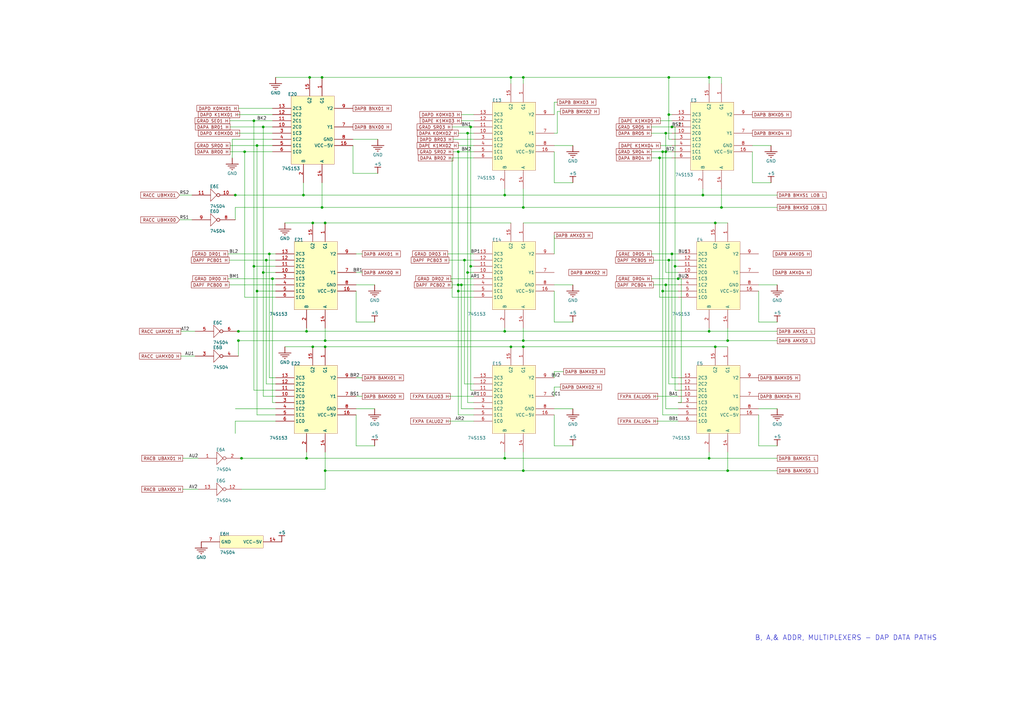
<source format=kicad_sch>
(kicad_sch (version 20250114) (generator "eeschema") (generator_version "9.0")
  (paper "A3")
  (title_block (title "B, A,& ADDR, MULTIPLEXERS ") (date "2025-01-19") (rev "1"))
  (lib_symbols
    (symbol "Untitled-altium-import:+5_BAR" (power)
      (property "Value" "+5" (at 0 -3.81 0))
      (symbol "+5_BAR_0_0"
        (polyline (pts (xy -1.27 -2.54) (xy 1.27 -2.54)) (stroke (width 0.254)))
        (polyline (pts (xy 0 0) (xy 0 -2.54)) (stroke (width 0.254)))
        (pin power_in line (at 0 0 0) (length 0) (hide yes) (name "+5") (number ""))
      )
    )
    (symbol "Untitled-altium-import:GND_POWER_GROUND" (power)
      (property "Value" "GND" (at 0 -6.35 0))
      (symbol "GND_POWER_GROUND_0_0"
        (polyline (pts (xy -2.54 -2.54) (xy 2.54 -2.54)) (stroke (width 0.254)))
        (polyline (pts (xy -1.778 -3.302) (xy 1.778 -3.302)) (stroke (width 0.254)))
        (polyline (pts (xy -1.016 -4.064) (xy 1.016 -4.064)) (stroke (width 0.254)))
        (polyline (pts (xy -0.254 -4.826) (xy 0.254 -4.826)) (stroke (width 0.254)))
        (polyline (pts (xy 0 0) (xy 0 -2.54)) (stroke (width 0.254)))
        (pin power_in line (at 0 0 0) (length 0) (hide yes) (name "GND") (number ""))
      )
    )
    (symbol "Untitled-altium-import:root_0_74S04"
      (symbol "root_0_74S04_1_0"
        (polyline (pts (xy 7.62 -2.54) (xy 7.62 2.54) (xy 10.16 0) (xy 7.62 -2.54)))
        (pin input line (at 0 0 0) (length 7.62) (name "1A") (number "1"))
        (pin passive inverted (at 17.78 0 180) (length 7.62) (name "1Y") (number "2"))
      )
      (symbol "root_0_74S04_2_0"
        (polyline (pts (xy 7.62 -2.54) (xy 7.62 2.54) (xy 10.16 0) (xy 7.62 -2.54)))
        (pin input line (at 0 0 0) (length 7.62) (name "1A") (number "3"))
        (pin passive inverted (at 17.78 0 180) (length 7.62) (name "1Y") (number "4"))
      )
      (symbol "root_0_74S04_3_0"
        (polyline (pts (xy 7.62 -2.54) (xy 7.62 2.54) (xy 10.16 0) (xy 7.62 -2.54)))
        (pin input line (at 0 0 0) (length 7.62) (name "3A") (number "5"))
        (pin passive inverted (at 17.78 0 180) (length 7.62) (name "3Y") (number "6"))
      )
      (symbol "root_0_74S04_4_0"
        (polyline (pts (xy 7.62 -2.54) (xy 7.62 2.54) (xy 10.16 0) (xy 7.62 -2.54)))
        (pin input line (at 0 0 0) (length 7.62) (name "4A") (number "9"))
        (pin passive inverted (at 17.78 0 180) (length 7.62) (name "4Y") (number "8"))
      )
      (symbol "root_0_74S04_5_0"
        (polyline (pts (xy 7.62 -2.54) (xy 7.62 2.54) (xy 10.16 0) (xy 7.62 -2.54)))
        (pin input line (at 0 0 0) (length 7.62) (name "5A") (number "11"))
        (pin passive inverted (at 17.78 0 180) (length 7.62) (name "5Y") (number "10"))
      )
      (symbol "root_0_74S04_7_0"
        (polyline (pts (xy 7.62 -2.54) (xy 7.62 2.54) (xy 10.16 0) (xy 7.62 -2.54)))
        (pin input line (at 0 0 0) (length 7.62) (name "6A") (number "13"))
        (pin passive inverted (at 17.78 0 180) (length 7.62) (name "6Y") (number "12"))
      )
      (symbol "root_0_74S04_8_0"
        (rectangle (start 17.78 2.54) (end 0 -2.54) (stroke (width 0.0254) (color 128 0 0 1)) (fill (type background)))
        (pin passive line (at -7.62 0 0) (length 7.62) (name "GND") (number "7"))
        (pin passive line (at 25.4 0 180) (length 7.62) (name "VCC-5V") (number "14"))
      )
    )
    (symbol "Untitled-altium-import:root_0_74S153"
      (symbol "root_0_74S153_1_0"
        (rectangle (start 27.94 27.94) (end 10.16 0) (stroke (width 0.0254) (color 128 0 0 1)) (fill (type background)))
        (pin passive line (at 2.54 22.86 0) (length 7.62) (name "2C3") (number "13"))
        (pin passive line (at 2.54 20.32 0) (length 7.62) (name "2C2") (number "12"))
        (pin passive line (at 2.54 17.78 0) (length 7.62) (name "2C1") (number "11"))
        (pin passive line (at 2.54 15.24 0) (length 7.62) (name "2C0") (number "10"))
        (pin passive line (at 2.54 12.7 0) (length 7.62) (name "1C3") (number "3"))
        (pin passive line (at 2.54 10.16 0) (length 7.62) (name "1C2") (number "4"))
        (pin passive line (at 2.54 7.62 0) (length 7.62) (name "1C1") (number "5"))
        (pin passive line (at 2.54 5.08 0) (length 7.62) (name "1C0") (number "6"))
        (pin passive line (at 15.24 -7.62 90) (length 7.62) (name "B") (number "2"))
        (pin passive line (at 17.78 35.56 270) (length 7.62) (name "G2") (number "15"))
        (pin passive line (at 22.86 35.56 270) (length 7.62) (name "G1") (number "1"))
        (pin passive line (at 22.86 -7.62 90) (length 7.62) (name "A") (number "14"))
        (pin passive line (at 35.56 22.86 180) (length 7.62) (name "Y2") (number "9"))
        (pin passive line (at 35.56 15.24 180) (length 7.62) (name "Y1") (number "7"))
        (pin passive line (at 35.56 10.16 180) (length 7.62) (name "GND") (number "8"))
        (pin passive line (at 35.56 7.62 180) (length 7.62) (name "VCC-5V") (number "16"))
      )
    )
  )
  (text "B, A,& ADDR, MULTIPLEXERS - DAP DATA PATHS" (at 309.626 262.89 0) (effects (font (size 2.032 2.032)) (justify left bottom)))
  (junction (at 207.01 135.89))
  (junction (at 109.22 106.68))
  (junction (at 214.63 85.09))
  (junction (at 214.63 31.75))
  (junction (at 214.63 139.7))
  (junction (at 105.41 59.69))
  (junction (at 278.13 114.3))
  (junction (at 273.05 116.84))
  (junction (at 273.05 62.23))
  (junction (at 125.73 135.89))
  (junction (at 133.35 139.7))
  (junction (at 298.45 193.04))
  (junction (at 271.78 62.23))
  (junction (at 275.59 104.14))
  (junction (at 124.46 80.01))
  (junction (at 127 31.75))
  (junction (at 99.06 187.96))
  (junction (at 290.83 187.96))
  (junction (at 207.01 80.01))
  (junction (at 128.27 142.24))
  (junction (at 209.55 31.75))
  (junction (at 104.14 109.22))
  (junction (at 214.63 193.04))
  (junction (at 290.83 31.75))
  (junction (at 293.37 142.24))
  (junction (at 187.96 119.38))
  (junction (at 132.08 85.09))
  (junction (at 276.86 109.22))
  (junction (at 133.35 91.44))
  (junction (at 207.01 187.96))
  (junction (at 132.08 31.75))
  (junction (at 193.04 52.07))
  (junction (at 288.29 80.01))
  (junction (at 100.33 62.23))
  (junction (at 110.49 104.14))
  (junction (at 274.32 106.68))
  (junction (at 295.91 85.09))
  (junction (at 96.52 80.01))
  (junction (at 293.37 91.44))
  (junction (at 104.14 49.53))
  (junction (at 190.5 106.68))
  (junction (at 97.79 135.89))
  (junction (at 191.77 111.76))
  (junction (at 125.73 187.96))
  (junction (at 105.41 119.38))
  (junction (at 133.35 193.04))
  (junction (at 133.35 142.24))
  (junction (at 275.59 52.07))
  (junction (at 298.45 139.7))
  (junction (at 187.96 116.84))
  (junction (at 191.77 54.61))
  (junction (at 274.32 31.75))
  (junction (at 209.55 142.24))
  (junction (at 193.04 109.22))
  (junction (at 290.83 135.89))
  (junction (at 187.96 62.23))
  (junction (at 214.63 142.24))
  (junction (at 97.79 139.7))
  (junction (at 273.05 54.61))
  (junction (at 274.32 46.99))
  (junction (at 270.51 64.77))
  (junction (at 107.95 111.76))
  (junction (at 107.95 52.07))
  (junction (at 111.76 114.3))
  (junction (at 189.23 116.84))
  (junction (at 128.27 91.44))
  (junction (at 271.78 119.38))
  (wire (pts (xy 295.91 85.09) (xy 295.91 77.47)))
  (wire (pts (xy 111.76 114.3) (xy 113.03 114.3)))
  (wire (pts (xy 214.63 142.24) (xy 293.37 142.24)))
  (wire (pts (xy 148.59 104.14) (xy 146.05 104.14)))
  (wire (pts (xy 132.08 31.75) (xy 127 31.75)))
  (wire (pts (xy 110.49 104.14) (xy 93.475 104.14)))
  (wire (pts (xy 74.93 187.96) (xy 81.28 187.96)))
  (wire (pts (xy 209.55 34.29) (xy 209.55 31.75)))
  (wire (pts (xy 148.59 162.56) (xy 146.05 162.56)))
  (wire (pts (xy 73.66 90.17) (xy 78.74 90.17)))
  (wire (pts (xy 273.05 167.64) (xy 278.13 167.64)))
  (wire (pts (xy 184.915 114.3) (xy 194.31 114.3)))
  (wire (pts (xy 270.841 49.53) (xy 275.59 49.53)))
  (wire (pts (xy 113.03 104.14) (xy 110.49 104.14)))
  (wire (pts (xy 105.41 170.18) (xy 105.41 119.38)))
  (wire (pts (xy 124.46 80.01) (xy 207.01 80.01)))
  (wire (pts (xy 214.63 134.62) (xy 214.63 139.7)))
  (wire (pts (xy 290.83 31.75) (xy 274.32 31.75)))
  (wire (pts (xy 298.45 139.7) (xy 318.77 139.7)))
  (wire (pts (xy 74.93 200.66) (xy 81.28 200.66)))
  (wire (pts (xy 214.63 34.29) (xy 214.63 31.75)))
  (wire (pts (xy 214.63 85.09) (xy 132.08 85.09)))
  (wire (pts (xy 187.96 62.23) (xy 187.96 116.84)))
  (wire (pts (xy 113.03 172.72) (xy 96.52 172.72)))
  (wire (pts (xy 227.33 132.08) (xy 227.33 119.38)))
  (wire (pts (xy 273.05 116.84) (xy 267.97 116.84)))
  (wire (pts (xy 278.13 106.68) (xy 274.32 106.68)))
  (wire (pts (xy 288.29 77.47) (xy 288.29 80.01)))
  (wire (pts (xy 274.32 31.75) (xy 214.63 31.75)))
  (wire (pts (xy 274.32 106.68) (xy 267.97 106.68)))
  (wire (pts (xy 97.79 54.61) (xy 111.76 54.61)))
  (wire (pts (xy 184.15 172.72) (xy 194.31 172.72)))
  (wire (pts (xy 271.78 119.38) (xy 271.78 170.18)))
  (wire (pts (xy 209.55 31.75) (xy 132.08 31.75)))
  (wire (pts (xy 214.63 91.44) (xy 293.37 91.44)))
  (wire (pts (xy 107.95 52.07) (xy 111.76 52.07)))
  (wire (pts (xy 271.78 119.38) (xy 278.13 119.38)))
  (wire (pts (xy 184.15 162.56) (xy 194.31 162.56)))
  (wire (pts (xy 274.32 57.15) (xy 274.32 46.99)))
  (wire (pts (xy 146.05 116.84) (xy 153.67 116.84)))
  (wire (pts (xy 231.14 152.4) (xy 227.33 152.4)))
  (wire (pts (xy 189.23 116.84) (xy 194.31 116.84)))
  (wire (pts (xy 97.172 135.89) (xy 97.79 135.89)))
  (wire (pts (xy 274.32 106.68) (xy 274.32 157.48)))
  (wire (pts (xy 273.05 62.23) (xy 275.59 62.23)))
  (wire (pts (xy 133.35 134.62) (xy 133.35 139.7)))
  (wire (pts (xy 273.05 62.23) (xy 273.05 54.61)))
  (wire (pts (xy 228.6 41.91) (xy 227.33 41.91)))
  (wire (pts (xy 276.86 109.22) (xy 276.86 160.02)))
  (wire (pts (xy 109.22 106.68) (xy 93.972 106.68)))
  (wire (pts (xy 290.83 34.29) (xy 290.83 31.75)))
  (wire (pts (xy 99.06 187.96) (xy 125.73 187.96)))
  (wire (pts (xy 185.804 57.15) (xy 194.31 57.15)))
  (wire (pts (xy 94.235 49.53) (xy 104.14 49.53)))
  (wire (pts (xy 227.33 96.52) (xy 227.33 104.14)))
  (wire (pts (xy 227.33 152.4) (xy 227.33 154.94)))
  (wire (pts (xy 183.645 104.14) (xy 194.31 104.14)))
  (wire (pts (xy 97.681 139.7) (xy 97.79 139.7)))
  (wire (pts (xy 278.13 111.76) (xy 273.05 111.76)))
  (wire (pts (xy 295.91 85.09) (xy 318.77 85.09)))
  (wire (pts (xy 274.32 157.48) (xy 278.13 157.48)))
  (wire (pts (xy 187.96 54.61) (xy 191.77 54.61)))
  (wire (pts (xy 104.14 160.02) (xy 113.03 160.02)))
  (wire (pts (xy 132.08 74.93) (xy 132.08 85.09)))
  (wire (pts (xy 110.49 154.94) (xy 113.03 154.94)))
  (wire (pts (xy 113.03 170.18) (xy 105.41 170.18)))
  (wire (pts (xy 189.23 49.53) (xy 194.31 49.53)))
  (wire (pts (xy 191.77 111.76) (xy 191.77 54.61)))
  (wire (pts (xy 311.15 167.64) (xy 318.77 167.64)))
  (wire (pts (xy 269.24 172.72) (xy 278.13 172.72)))
  (wire (pts (xy 276.86 160.02) (xy 278.13 160.02)))
  (wire (pts (xy 96.52 80.01) (xy 124.46 80.01)))
  (wire (pts (xy 113.03 119.38) (xy 105.41 119.38)))
  (wire (pts (xy 107.95 111.76) (xy 107.95 162.56)))
  (wire (pts (xy 193.04 160.02) (xy 194.31 160.02)))
  (wire (pts (xy 209.55 142.24) (xy 214.63 142.24)))
  (wire (pts (xy 270.841 59.69) (xy 275.59 59.69)))
  (wire (pts (xy 133.35 91.44) (xy 209.55 91.44)))
  (wire (pts (xy 99.06 200.66) (xy 133.35 200.66)))
  (wire (pts (xy 308.61 59.69) (xy 316.23 59.69)))
  (wire (pts (xy 146.05 132.08) (xy 146.05 119.38)))
  (wire (pts (xy 295.91 34.29) (xy 295.91 31.75)))
  (wire (pts (xy 107.95 111.76) (xy 107.95 52.07)))
  (wire (pts (xy 97.79 46.99) (xy 111.76 46.99)))
  (wire (pts (xy 293.37 142.24) (xy 298.45 142.24)))
  (wire (pts (xy 111.76 114.3) (xy 93.458 114.3)))
  (wire (pts (xy 111.76 57.15) (xy 95.25 57.15)))
  (wire (pts (xy 270.51 64.77) (xy 270.51 121.92)))
  (wire (pts (xy 111.76 165.1) (xy 111.76 114.3)))
  (wire (pts (xy 154.94 71.12) (xy 144.78 71.12)))
  (wire (pts (xy 279.4 114.3) (xy 279.4 165.1)))
  (wire (pts (xy 95.25 57.15) (xy 95.25 64.77)))
  (wire (pts (xy 207.01 80.01) (xy 288.29 80.01)))
  (wire (pts (xy 100.33 62.23) (xy 111.76 62.23)))
  (wire (pts (xy 104.14 109.22) (xy 104.14 49.53)))
  (wire (pts (xy 318.77 132.08) (xy 311.15 132.08)))
  (wire (pts (xy 278.13 116.84) (xy 273.05 116.84)))
  (wire (pts (xy 193.04 109.22) (xy 194.31 109.22)))
  (wire (pts (xy 133.35 193.04) (xy 133.35 185.42)))
  (wire (pts (xy 194.31 165.1) (xy 191.77 165.1)))
  (wire (pts (xy 234.95 74.93) (xy 227.33 74.93)))
  (wire (pts (xy 267.21 104.14) (xy 275.59 104.14)))
  (wire (pts (xy 273.05 116.84) (xy 273.05 167.64)))
  (wire (pts (xy 228.6 54.61) (xy 227.33 54.61)))
  (wire (pts (xy 128.27 142.24) (xy 116.84 142.24)))
  (wire (pts (xy 267.084 64.77) (xy 270.51 64.77)))
  (wire (pts (xy 133.35 200.66) (xy 133.35 193.04)))
  (wire (pts (xy 234.95 132.08) (xy 227.33 132.08)))
  (wire (pts (xy 125.73 187.96) (xy 207.01 187.96)))
  (wire (pts (xy 94.364 62.23) (xy 100.33 62.23)))
  (wire (pts (xy 110.49 104.14) (xy 110.49 154.94)))
  (wire (pts (xy 227.33 182.88) (xy 227.33 170.18)))
  (wire (pts (xy 133.35 142.24) (xy 209.55 142.24)))
  (wire (pts (xy 270.51 121.92) (xy 278.13 121.92)))
  (wire (pts (xy 96.52 172.72) (xy 96.52 177.8)))
  (wire (pts (xy 288.29 80.01) (xy 318.77 80.01)))
  (wire (pts (xy 214.63 139.7) (xy 298.45 139.7)))
  (wire (pts (xy 298.45 139.7) (xy 298.45 134.62)))
  (wire (pts (xy 153.67 182.88) (xy 146.05 182.88)))
  (wire (pts (xy 227.33 59.69) (xy 234.95 59.69)))
  (wire (pts (xy 295.91 31.75) (xy 290.83 31.75)))
  (wire (pts (xy 227.33 116.84) (xy 234.95 116.84)))
  (wire (pts (xy 194.31 111.76) (xy 191.77 111.76)))
  (wire (pts (xy 298.45 193.04) (xy 214.63 193.04)))
  (wire (pts (xy 153.67 132.08) (xy 146.05 132.08)))
  (wire (pts (xy 128.27 142.24) (xy 133.35 142.24)))
  (wire (pts (xy 94.364 59.69) (xy 105.41 59.69)))
  (wire (pts (xy 193.04 52.07) (xy 194.31 52.07)))
  (wire (pts (xy 125.73 135.89) (xy 207.01 135.89)))
  (wire (pts (xy 271.78 170.18) (xy 278.13 170.18)))
  (wire (pts (xy 276.86 52.07) (xy 276.86 109.22)))
  (wire (pts (xy 207.01 185.42) (xy 207.01 187.96)))
  (wire (pts (xy 109.22 106.68) (xy 113.03 106.68)))
  (wire (pts (xy 194.31 121.92) (xy 185.42 121.92)))
  (wire (pts (xy 74.184 146.05) (xy 80.01 146.05)))
  (wire (pts (xy 234.95 182.88) (xy 227.33 182.88)))
  (wire (pts (xy 187.96 59.69) (xy 194.31 59.69)))
  (wire (pts (xy 267.084 54.61) (xy 273.05 54.61)))
  (wire (pts (xy 128.27 91.44) (xy 116.84 91.44)))
  (wire (pts (xy 311.15 132.08) (xy 311.15 119.38)))
  (wire (pts (xy 227.33 167.64) (xy 234.95 167.64)))
  (wire (pts (xy 128.27 91.44) (xy 133.35 91.44)))
  (wire (pts (xy 127 31.75) (xy 113.03 31.75)))
  (wire (pts (xy 185.42 52.07) (xy 193.04 52.07)))
  (wire (pts (xy 185.42 121.92) (xy 185.42 64.77)))
  (wire (pts (xy 154.94 57.15) (xy 144.78 57.15)))
  (wire (pts (xy 107.95 162.56) (xy 113.03 162.56)))
  (wire (pts (xy 207.01 135.89) (xy 290.83 135.89)))
  (wire (pts (xy 267.21 114.3) (xy 278.13 114.3)))
  (wire (pts (xy 207.01 77.47) (xy 207.01 80.01)))
  (wire (pts (xy 124.46 74.93) (xy 124.46 80.01)))
  (wire (pts (xy 273.05 111.76) (xy 273.05 62.23)))
  (wire (pts (xy 125.73 134.62) (xy 125.73 135.89)))
  (wire (pts (xy 144.78 71.12) (xy 144.78 59.69)))
  (wire (pts (xy 274.32 46.99) (xy 275.59 46.99)))
  (wire (pts (xy 279.4 165.1) (xy 278.13 165.1)))
  (wire (pts (xy 94.364 52.07) (xy 107.95 52.07)))
  (wire (pts (xy 293.37 91.44) (xy 298.45 91.44)))
  (wire (pts (xy 96.52 167.64) (xy 113.03 167.64)))
  (wire (pts (xy 207.01 134.62) (xy 207.01 135.89)))
  (wire (pts (xy 113.03 165.1) (xy 111.76 165.1)))
  (wire (pts (xy 316.23 74.93) (xy 308.61 74.93)))
  (wire (pts (xy 113.03 157.48) (xy 109.22 157.48)))
  (wire (pts (xy 194.31 167.64) (xy 189.23 167.64)))
  (wire (pts (xy 276.86 109.22) (xy 278.13 109.22)))
  (wire (pts (xy 113.03 116.84) (xy 93.972 116.84)))
  (wire (pts (xy 275.59 52.07) (xy 276.86 52.07)))
  (wire (pts (xy 229.87 158.75) (xy 227.33 158.75)))
  (wire (pts (xy 228.6 45.72) (xy 228.6 54.61)))
  (wire (pts (xy 125.73 187.96) (xy 125.73 185.42)))
  (wire (pts (xy 97.79 44.45) (xy 111.76 44.45)))
  (wire (pts (xy 214.63 77.47) (xy 214.63 85.09)))
  (wire (pts (xy 189.23 167.64) (xy 189.23 116.84)))
  (wire (pts (xy 298.45 185.42) (xy 298.45 193.04)))
  (wire (pts (xy 185.42 64.77) (xy 194.31 64.77)))
  (wire (pts (xy 191.77 54.61) (xy 194.31 54.61)))
  (wire (pts (xy 187.96 62.23) (xy 194.31 62.23)))
  (wire (pts (xy 184.15 106.68) (xy 190.5 106.68)))
  (wire (pts (xy 190.5 157.48) (xy 194.31 157.48)))
  (wire (pts (xy 308.61 74.93) (xy 308.61 62.23)))
  (wire (pts (xy 187.96 116.84) (xy 189.23 116.84)))
  (wire (pts (xy 290.83 187.96) (xy 318.77 187.96)))
  (wire (pts (xy 148.59 111.76) (xy 146.05 111.76)))
  (wire (pts (xy 187.96 116.84) (xy 187.96 119.38)))
  (wire (pts (xy 194.31 119.38) (xy 187.96 119.38)))
  (wire (pts (xy 132.08 85.09) (xy 96.52 85.09)))
  (wire (pts (xy 275.59 57.15) (xy 274.32 57.15)))
  (wire (pts (xy 229.87 45.72) (xy 228.6 45.72)))
  (wire (pts (xy 191.77 165.1) (xy 191.77 111.76)))
  (wire (pts (xy 193.04 109.22) (xy 193.04 160.02)))
  (wire (pts (xy 74.184 135.89) (xy 80.01 135.89)))
  (wire (pts (xy 104.14 49.53) (xy 111.76 49.53)))
  (wire (pts (xy 267.084 52.07) (xy 275.59 52.07)))
  (wire (pts (xy 275.59 154.94) (xy 278.13 154.94)))
  (wire (pts (xy 267.084 62.23) (xy 271.78 62.23)))
  (wire (pts (xy 148.59 154.94) (xy 146.05 154.94)))
  (wire (pts (xy 185.804 62.23) (xy 187.96 62.23)))
  (wire (pts (xy 214.63 31.75) (xy 209.55 31.75)))
  (wire (pts (xy 97.79 135.89) (xy 125.73 135.89)))
  (wire (pts (xy 190.5 106.68) (xy 190.5 157.48)))
  (wire (pts (xy 104.14 109.22) (xy 104.14 160.02)))
  (wire (pts (xy 214.63 193.04) (xy 133.35 193.04)))
  (wire (pts (xy 97.79 139.7) (xy 97.79 146.05)))
  (wire (pts (xy 318.77 182.88) (xy 311.15 182.88)))
  (wire (pts (xy 273.05 54.61) (xy 275.59 54.61)))
  (wire (pts (xy 290.83 135.89) (xy 290.83 134.62)))
  (wire (pts (xy 187.96 119.38) (xy 187.96 170.18)))
  (wire (pts (xy 146.05 182.88) (xy 146.05 170.18)))
  (wire (pts (xy 311.15 182.88) (xy 311.15 170.18)))
  (wire (pts (xy 193.04 52.07) (xy 193.04 109.22)))
  (wire (pts (xy 187.96 170.18) (xy 194.31 170.18)))
  (wire (pts (xy 269.24 162.56) (xy 278.13 162.56)))
  (wire (pts (xy 100.33 121.92) (xy 100.33 62.23)))
  (wire (pts (xy 271.78 62.23) (xy 271.78 119.38)))
  (wire (pts (xy 96.362 80.01) (xy 96.52 80.01)))
  (wire (pts (xy 98.442 187.96) (xy 99.06 187.96)))
  (wire (pts (xy 298.45 193.04) (xy 318.77 193.04)))
  (wire (pts (xy 109.22 157.48) (xy 109.22 106.68)))
  (wire (pts (xy 214.63 185.42) (xy 214.63 193.04)))
  (wire (pts (xy 227.33 41.91) (xy 227.33 46.99)))
  (wire (pts (xy 189.23 46.99) (xy 194.31 46.99)))
  (wire (pts (xy 278.13 114.3) (xy 279.4 114.3)))
  (wire (pts (xy 105.41 119.38) (xy 105.41 59.69)))
  (wire (pts (xy 190.5 106.68) (xy 194.31 106.68)))
  (wire (pts (xy 271.78 62.23) (xy 273.05 62.23)))
  (wire (pts (xy 113.03 121.92) (xy 100.33 121.92)))
  (wire (pts (xy 274.32 46.99) (xy 274.32 31.75)))
  (wire (pts (xy 113.03 109.22) (xy 104.14 109.22)))
  (wire (pts (xy 270.51 64.77) (xy 275.59 64.77)))
  (wire (pts (xy 133.35 139.7) (xy 214.63 139.7)))
  (wire (pts (xy 290.83 135.89) (xy 318.77 135.89)))
  (wire (pts (xy 96.52 85.09) (xy 96.52 90.17)))
  (wire (pts (xy 227.33 158.75) (xy 227.33 162.56)))
  (wire (pts (xy 105.41 59.69) (xy 111.76 59.69)))
  (wire (pts (xy 275.59 104.14) (xy 275.59 154.94)))
  (wire (pts (xy 278.13 104.14) (xy 275.59 104.14)))
  (wire (pts (xy 97.79 139.7) (xy 133.35 139.7)))
  (wire (pts (xy 207.01 187.96) (xy 290.83 187.96)))
  (wire (pts (xy 227.33 74.93) (xy 227.33 62.23)))
  (wire (pts (xy 214.63 85.09) (xy 295.91 85.09)))
  (wire (pts (xy 113.03 111.76) (xy 107.95 111.76)))
  (wire (pts (xy 311.15 116.84) (xy 318.77 116.84)))
  (wire (pts (xy 146.05 167.64) (xy 153.67 167.64)))
  (wire (pts (xy 73.66 80.01) (xy 78.74 80.01)))
  (wire (pts (xy 185.429 116.84) (xy 187.96 116.84)))
  (wire (pts (xy 290.83 187.96) (xy 290.83 185.42)))
  (label "BM1" (at 93.98 114.3 0))
  (label "BR1" (at 144.78 111.76 0))
  (label "AR1" (at 193.04 162.56 0))
  (label "BU1" (at 278.13 104.14 0))
  (label "BR2" (at 143.51 154.94 0))
  (label "RS1" (at 73.66 90.17 0))
  (label "AU1" (at 75.83 146.05 0))
  (label "AR1" (at 193.04 114.3 0))
  (label "BA1" (at 274.32 162.56 0))
  (label "BN1" (at 189.23 52.07 0))
  (label "BL2" (at 93.98 104.14 0))
  (label "BP1" (at 193.04 104.14 0))
  (label "CC1" (at 226.06 162.56 0))
  (label "BT2" (at 273.05 62.23 0))
  (label "AR2" (at 186.69 172.72 0))
  (label "BV2" (at 226.06 154.94 0))
  (label "BS2" (at 275.59 52.07 0))
  (label "BM2" (at 189.23 62.23 0))
  (label "BB1" (at 274.32 172.72 0))
  (label "AT2" (at 74.184 135.89 0))
  (label "BK2" (at 105.41 49.53 0))
  (label "AU2" (at 77.47 187.96 0))
  (label "BS1" (at 143.51 162.56 0))
  (label "RS2" (at 73.66 80.01 0))
  (label "BU2" (at 278.13 114.3 0))
  (label "AV2" (at 77.47 200.66 0))
  (global_label "DAPB BAMX03 H" (shape passive) (at 231.14 152.4 0) (property "Intersheetrefs" "${INTERSHEET_REFS}" (at 248.6167 152.4 0) (effects (justify left))))
  (global_label "GRAD DR03 H" (shape passive) (at 183.645 104.14 180) (property "Intersheetrefs" "${INTERSHEET_REFS}" (at 168.6478 104.14 0) (effects (justify right))))
  (global_label "DAPA BR00 H" (shape passive) (at 94.364 62.23 180) (property "Intersheetrefs" "${INTERSHEET_REFS}" (at 79.5482 62.23 0) (effects (justify right))))
  (global_label "GRAD SR03 H" (shape passive) (at 185.42 52.07 180) (property "Intersheetrefs" "${INTERSHEET_REFS}" (at 170.4833 52.07 0) (effects (justify right))))
  (global_label "GRAD DR02 H" (shape passive) (at 184.915 114.3 180) (property "Intersheetrefs" "${INTERSHEET_REFS}" (at 169.9178 114.3 0) (effects (justify right))))
  (global_label "GRAE DR05 H" (shape passive) (at 267.21 104.14 180) (property "Intersheetrefs" "${INTERSHEET_REFS}" (at 252.3338 104.14 0) (effects (justify right))))
  (global_label "RACB UBAX01 H" (shape passive) (at 74.945 187.96 180) (property "Intersheetrefs" "${INTERSHEET_REFS}" (at 57.5892 187.96 0) (effects (justify right))))
  (global_label "DAPB BMX04 H" (shape passive) (at 308.61 54.61 0) (property "Intersheetrefs" "${INTERSHEET_REFS}" (at 324.9981 54.61 0) (effects (justify left))))
  (global_label "DAPB BNX00 H" (shape passive) (at 144.78 52.07 0) (property "Intersheetrefs" "${INTERSHEET_REFS}" (at 161.0472 52.07 0) (effects (justify left))))
  (global_label "GRAD DR01 H" (shape passive) (at 93.475 104.14 180) (property "Intersheetrefs" "${INTERSHEET_REFS}" (at 78.4778 104.14 0) (effects (justify right))))
  (global_label "DAPB AMX02 H" (shape passive) (at 248.93 111.76 180) (property "Intersheetrefs" "${INTERSHEET_REFS}" (at 232.7233 111.76 0) (effects (justify right))))
  (global_label "DAPB BAMX00 H" (shape passive) (at 148.59 162.56 0) (property "Intersheetrefs" "${INTERSHEET_REFS}" (at 166.0667 162.56 0) (effects (justify left))))
  (global_label "DAPE K1MX02 H" (shape passive) (at 187.96 59.69 180) (property "Intersheetrefs" "${INTERSHEET_REFS}" (at 170.4834 59.69 0) (effects (justify right))))
  (global_label "DAPB BNX01 H" (shape passive) (at 144.78 44.45 0) (property "Intersheetrefs" "${INTERSHEET_REFS}" (at 161.0472 44.45 0) (effects (justify left))))
  (global_label "RACC UAMX01 H" (shape passive) (at 74.184 135.89 180) (property "Intersheetrefs" "${INTERSHEET_REFS}" (at 56.6468 135.89 0) (effects (justify right))))
  (global_label "DAPB BMX03 H" (shape passive) (at 228.6 41.91 0) (property "Intersheetrefs" "${INTERSHEET_REFS}" (at 244.9881 41.91 0) (effects (justify left))))
  (global_label "DAPF PCB04 H" (shape passive) (at 267.97 116.84 180) (property "Intersheetrefs" "${INTERSHEET_REFS}" (at 251.8842 116.84 0) (effects (justify right))))
  (global_label "DAPB AMXS1 L" (shape passive) (at 318.77 135.89 0) (property "Intersheetrefs" "${INTERSHEET_REFS}" (at 334.6743 135.89 0) (effects (justify left))))
  (global_label "GRAD SR04 H" (shape passive) (at 267.084 62.23 180) (property "Intersheetrefs" "${INTERSHEET_REFS}" (at 252.1473 62.23 0) (effects (justify right))))
  (global_label "DAPB BAMX04 H" (shape passive) (at 311.15 162.56 0) (property "Intersheetrefs" "${INTERSHEET_REFS}" (at 328.6267 162.56 0) (effects (justify left))))
  (global_label "DAPE K1MX05 H" (shape passive) (at 270.841 49.53 180) (property "Intersheetrefs" "${INTERSHEET_REFS}" (at 253.3644 49.53 0) (effects (justify right))))
  (global_label "DAPB BAMX05 H" (shape passive) (at 311.15 154.94 0) (property "Intersheetrefs" "${INTERSHEET_REFS}" (at 328.6267 154.94 0) (effects (justify left))))
  (global_label "GRAD SE01 H" (shape passive) (at 94.235 49.53 180) (property "Intersheetrefs" "${INTERSHEET_REFS}" (at 79.4193 49.53 0) (effects (justify right))))
  (global_label "DAPB AMX05 H" (shape passive) (at 332.75 104.14 180) (property "Intersheetrefs" "${INTERSHEET_REFS}" (at 316.5433 104.14 0) (effects (justify right))))
  (global_label "DAPD K1MX01 H" (shape passive) (at 98.364 46.99 180) (property "Intersheetrefs" "${INTERSHEET_REFS}" (at 80.7664 46.99 0) (effects (justify right))))
  (global_label "DAPA BR01 H" (shape passive) (at 94.364 52.07 180) (property "Intersheetrefs" "${INTERSHEET_REFS}" (at 79.5482 52.07 0) (effects (justify right))))
  (global_label "GRAD SR00 H" (shape passive) (at 94.364 59.69 180) (property "Intersheetrefs" "${INTERSHEET_REFS}" (at 79.4273 59.69 0) (effects (justify right))))
  (global_label "DAPB AMX00 H" (shape passive) (at 148.59 111.76 0) (property "Intersheetrefs" "${INTERSHEET_REFS}" (at 164.7967 111.76 0) (effects (justify left))))
  (global_label "DAPB BMX02 H" (shape passive) (at 229.87 45.72 0) (property "Intersheetrefs" "${INTERSHEET_REFS}" (at 246.2581 45.72 0) (effects (justify left))))
  (global_label "GRAE DR04 H" (shape passive) (at 267.21 114.3 180) (property "Intersheetrefs" "${INTERSHEET_REFS}" (at 252.3338 114.3 0) (effects (justify right))))
  (global_label "DAPB BAMX01 H" (shape passive) (at 148.59 154.94 0) (property "Intersheetrefs" "${INTERSHEET_REFS}" (at 166.0667 154.94 0) (effects (justify left))))
  (global_label "FXPA EALU04 H" (shape passive) (at 269.759 172.72 180) (property "Intersheetrefs" "${INTERSHEET_REFS}" (at 252.9475 172.72 0) (effects (justify right))))
  (global_label "RACC UBMX01" (shape input) (at 73.66 80.01 180) (property "Intersheetrefs" "${INTERSHEET_REFS}" (at 57.1282 80.01 0) (effects (justify right))))
  (global_label "DAPD K0MX03 H" (shape passive) (at 189.23 46.99 180) (property "Intersheetrefs" "${INTERSHEET_REFS}" (at 171.6324 46.99 0) (effects (justify right))))
  (global_label "DAPB BAMXS1 L" (shape passive) (at 318.77 187.96 0) (property "Intersheetrefs" "${INTERSHEET_REFS}" (at 335.9443 187.96 0) (effects (justify left))))
  (global_label "FXPA EALU03 H" (shape passive) (at 184.669 162.56 180) (property "Intersheetrefs" "${INTERSHEET_REFS}" (at 167.8575 162.56 0) (effects (justify right))))
  (global_label "DAPF PCB01 H" (shape passive) (at 93.972 106.68 180) (property "Intersheetrefs" "${INTERSHEET_REFS}" (at 77.8862 106.68 0) (effects (justify right))))
  (global_label "DAPE K1MX04 H" (shape passive) (at 270.841 59.69 180) (property "Intersheetrefs" "${INTERSHEET_REFS}" (at 253.3644 59.69 0) (effects (justify right))))
  (global_label "FXPA EALU02 H" (shape passive) (at 184.669 172.72 180) (property "Intersheetrefs" "${INTERSHEET_REFS}" (at 167.8575 172.72 0) (effects (justify right))))
  (global_label "DAPB AMXS0 L" (shape passive) (at 318.77 139.7 0) (property "Intersheetrefs" "${INTERSHEET_REFS}" (at 334.6743 139.7 0) (effects (justify left))))
  (global_label "DAPB DAMX02 H" (shape passive) (at 229.87 158.75 0) (property "Intersheetrefs" "${INTERSHEET_REFS}" (at 247.3467 158.75 0) (effects (justify left))))
  (global_label "DAPA BR04 H" (shape passive) (at 267.084 64.77 180) (property "Intersheetrefs" "${INTERSHEET_REFS}" (at 252.2682 64.77 0) (effects (justify right))))
  (global_label "DAPB BMX05 H" (shape passive) (at 308.61 46.99 0) (property "Intersheetrefs" "${INTERSHEET_REFS}" (at 324.9981 46.99 0) (effects (justify left))))
  (global_label "DAPF PCB05 H" (shape passive) (at 267.97 106.68 180) (property "Intersheetrefs" "${INTERSHEET_REFS}" (at 251.8842 106.68 0) (effects (justify right))))
  (global_label "DAPD BR03 H" (shape passive) (at 185.804 57.15 180) (property "Intersheetrefs" "${INTERSHEET_REFS}" (at 170.8068 57.15 0) (effects (justify right))))
  (global_label "DAPB AMX04 H" (shape passive) (at 332.75 111.76 180) (property "Intersheetrefs" "${INTERSHEET_REFS}" (at 316.5433 111.76 0) (effects (justify right))))
  (global_label "DAPA K0MX02 H" (shape passive) (at 187.96 54.61 180) (property "Intersheetrefs" "${INTERSHEET_REFS}" (at 170.5438 54.61 0) (effects (justify right))))
  (global_label "GRAD DR00 H" (shape passive) (at 93.458 114.3 180) (property "Intersheetrefs" "${INTERSHEET_REFS}" (at 78.4608 114.3 0) (effects (justify right))))
  (global_label "DAPF PCB02 H" (shape passive) (at 185.429 116.84 180) (property "Intersheetrefs" "${INTERSHEET_REFS}" (at 169.3432 116.84 0) (effects (justify right))))
  (global_label "RACC UBMX00" (shape input) (at 73.66 90.17 180) (property "Intersheetrefs" "${INTERSHEET_REFS}" (at 57.1282 90.17 0) (effects (justify right))))
  (global_label "DAPB BMXS1 LOB L" (shape passive) (at 318.77 80.01 0) (property "Intersheetrefs" "${INTERSHEET_REFS}" (at 339.4519 80.01 0) (effects (justify left))))
  (global_label "GRAD SR05 H" (shape passive) (at 267.084 52.07 180) (property "Intersheetrefs" "${INTERSHEET_REFS}" (at 252.1473 52.07 0) (effects (justify right))))
  (global_label "FXPA EALU05 H" (shape passive) (at 269.759 162.56 180) (property "Intersheetrefs" "${INTERSHEET_REFS}" (at 252.9475 162.56 0) (effects (justify right))))
  (global_label "DAPB AMX03 H" (shape passive) (at 227.33 96.52 0) (property "Intersheetrefs" "${INTERSHEET_REFS}" (at 243.5367 96.52 0) (effects (justify left))))
  (global_label "DAPE K1MX03 H" (shape passive) (at 189.23 49.53 180) (property "Intersheetrefs" "${INTERSHEET_REFS}" (at 171.7534 49.53 0) (effects (justify right))))
  (global_label "DAPD K0MX00 H" (shape passive) (at 98.364 54.61 180) (property "Intersheetrefs" "${INTERSHEET_REFS}" (at 80.7664 54.61 0) (effects (justify right))))
  (global_label "DAPF PCB03 H" (shape passive) (at 184.15 106.68 180) (property "Intersheetrefs" "${INTERSHEET_REFS}" (at 168.0642 106.68 0) (effects (justify right))))
  (global_label "GRAD SR02 H" (shape passive) (at 185.804 62.23 180) (property "Intersheetrefs" "${INTERSHEET_REFS}" (at 170.8673 62.23 0) (effects (justify right))))
  (global_label "DAPF PCB00 H" (shape passive) (at 93.972 116.84 180) (property "Intersheetrefs" "${INTERSHEET_REFS}" (at 77.8862 116.84 0) (effects (justify right))))
  (global_label "DAPB BMXS0 LOB L" (shape passive) (at 318.77 85.09 0) (property "Intersheetrefs" "${INTERSHEET_REFS}" (at 339.4519 85.09 0) (effects (justify left))))
  (global_label "RACB UBAX00 H" (shape passive) (at 74.945 200.66 180) (property "Intersheetrefs" "${INTERSHEET_REFS}" (at 57.5892 200.66 0) (effects (justify right))))
  (global_label "DAPD K0MX01 H" (shape passive) (at 97.79 44.45 180) (property "Intersheetrefs" "${INTERSHEET_REFS}" (at 80.1924 44.45 0) (effects (justify right))))
  (global_label "DAPA BR02 H" (shape passive) (at 185.804 64.77 180) (property "Intersheetrefs" "${INTERSHEET_REFS}" (at 170.9882 64.77 0) (effects (justify right))))
  (global_label "RACC UAMX00 H" (shape passive) (at 74.184 146.05 180) (property "Intersheetrefs" "${INTERSHEET_REFS}" (at 56.6468 146.05 0) (effects (justify right))))
  (global_label "DAPB AMX01 H" (shape passive) (at 148.59 104.14 0) (property "Intersheetrefs" "${INTERSHEET_REFS}" (at 164.7967 104.14 0) (effects (justify left))))
  (global_label "DAPA BR05 H" (shape passive) (at 267.084 54.61 180) (property "Intersheetrefs" "${INTERSHEET_REFS}" (at 252.2682 54.61 0) (effects (justify right))))
  (global_label "DAPB BAMXS0 L" (shape passive) (at 318.77 193.04 0) (property "Intersheetrefs" "${INTERSHEET_REFS}" (at 335.9443 193.04 0) (effects (justify left))))
  (symbol (lib_id "Untitled-altium-import:+5_BAR") (at 234.95 182.88 180) (unit 1)
    (property "Reference" "#PWR0105" (effects (hide yes)))
    (property "Value" "+5" (at 234.95 179.07 0))
  )
  (symbol (lib_id "Untitled-altium-import:+5_BAR") (at 318.77 182.88 180) (unit 1)
    (property "Reference" "#PWR0111" (effects (hide yes)))
    (property "Value" "+5" (at 318.77 179.07 0))
  )
  (symbol (lib_id "Untitled-altium-import:root_0_74S04") (at 80.01 135.89 0) (unit 3)
    (property "Reference" "E6" (at 87.376 133.096 0) (effects (justify left bottom)))
    (property "Value" "74S04" (at 87.376 141.224 0) (effects (justify left bottom)))
    (property "Footprint" "DIP14-300" (effects (hide yes)))
    (property "SUPPLIER 1" "Mouser" (effects (hide yes)))
    (property "SUPPLIER PART NUMBER 1" "595-SN74S04N" (effects (hide yes)))
  )
  (symbol (lib_id "Untitled-altium-import:root_0_74S153") (at 110.49 177.8 0) (unit 1)
    (property "Reference" "E22" (at 119.38 149.86 0) (effects (justify left bottom)))
    (property "Value" "74S153" (at 110.49 180.34 0) (effects (justify left bottom)))
    (property "Footprint" "DIP16" (effects (hide yes)))
    (property "SUPPLIER 1" "Rochester Electronics" (effects (hide yes)))
    (property "SUPPLIER PART NUMBER 1" "DM74S153N" (effects (hide yes)))
  )
  (symbol (lib_id "Untitled-altium-import:root_0_74S153") (at 275.59 177.8 0) (unit 1)
    (property "Reference" "E5" (at 285.75 149.86 0) (effects (justify left bottom)))
    (property "Value" "74S153" (at 275.59 180.34 0) (effects (justify left bottom)))
    (property "Footprint" "DIP16" (effects (hide yes)))
    (property "SUPPLIER 1" "Rochester Electronics" (effects (hide yes)))
    (property "SUPPLIER PART NUMBER 1" "DM74S153N" (effects (hide yes)))
  )
  (symbol (lib_id "Untitled-altium-import:GND_POWER_GROUND") (at 153.67 167.64 0) (unit 1)
    (property "Reference" "#PWR096" (effects (hide yes)))
    (property "Value" "GND" (at 153.67 173.99 0))
  )
  (symbol (lib_id "Untitled-altium-import:root_0_74S153") (at 110.49 127 0) (unit 1)
    (property "Reference" "E21" (at 120.65 99.06 0) (effects (justify left bottom)))
    (property "Value" "74S153" (at 110.49 129.54 0) (effects (justify left bottom)))
    (property "Footprint" "DIP16" (effects (hide yes)))
    (property "SUPPLIER 1" "Rochester Electronics" (effects (hide yes)))
    (property "SUPPLIER PART NUMBER 1" "DM74S153N" (effects (hide yes)))
  )
  (symbol (lib_id "Untitled-altium-import:root_0_74S04") (at 81.28 200.66 0) (unit 7)
    (property "Reference" "E6" (at 88.646 197.866 0) (effects (justify left bottom)))
    (property "Value" "74S04" (at 88.646 205.994 0) (effects (justify left bottom)))
    (property "Footprint" "DIP14-300" (effects (hide yes)))
    (property "SUPPLIER 1" "Mouser" (effects (hide yes)))
    (property "SUPPLIER PART NUMBER 1" "595-SN74S04N" (effects (hide yes)))
  )
  (symbol (lib_id "Untitled-altium-import:GND_POWER_GROUND") (at 318.77 116.84 0) (unit 1)
    (property "Reference" "#PWR0108" (effects (hide yes)))
    (property "Value" "GND" (at 318.77 123.19 0))
  )
  (symbol (lib_id "Untitled-altium-import:root_0_74S04") (at 90.17 222.25 0) (unit 8)
    (property "Reference" "E6" (at 90.17 219.71 0) (effects (justify left bottom)))
    (property "Value" "74S04" (at 90.17 227.33 0) (effects (justify left bottom)))
    (property "Footprint" "DIP14-300" (effects (hide yes)))
    (property "SUPPLIER 1" "Mouser" (effects (hide yes)))
    (property "SUPPLIER PART NUMBER 1" "595-SN74S04N" (effects (hide yes)))
  )
  (symbol (lib_id "Untitled-altium-import:+5_BAR") (at 153.67 182.88 180) (unit 1)
    (property "Reference" "#PWR097" (effects (hide yes)))
    (property "Value" "+5" (at 153.67 179.07 0))
  )
  (symbol (lib_id "Untitled-altium-import:GND_POWER_GROUND") (at 154.94 57.15 0) (unit 1)
    (property "Reference" "#PWR098" (effects (hide yes)))
    (property "Value" "GND" (at 154.94 63.5 0))
  )
  (symbol (lib_id "Untitled-altium-import:GND_POWER_GROUND") (at 316.23 59.69 0) (unit 1)
    (property "Reference" "#PWR0106" (effects (hide yes)))
    (property "Value" "GND" (at 316.23 66.04 0))
  )
  (symbol (lib_id "Untitled-altium-import:+5_BAR") (at 115.57 222.25 180) (unit 1)
    (property "Reference" "#PWR091" (effects (hide yes)))
    (property "Value" "+5" (at 115.57 218.44 0))
  )
  (symbol (lib_id "Untitled-altium-import:GND_POWER_GROUND") (at 234.95 59.69 0) (unit 1)
    (property "Reference" "#PWR0100" (effects (hide yes)))
    (property "Value" "GND" (at 234.95 66.04 0))
  )
  (symbol (lib_id "Untitled-altium-import:root_0_74S153") (at 109.22 67.31 0) (unit 1)
    (property "Reference" "E20" (at 118.11 39.37 0) (effects (justify left bottom)))
    (property "Value" "74S153" (at 115.57 69.85 0) (effects (justify left bottom)))
    (property "Footprint" "DIP16" (effects (hide yes)))
    (property "SUPPLIER 1" "Rochester Electronics" (effects (hide yes)))
    (property "SUPPLIER PART NUMBER 1" "DM74S153N" (effects (hide yes)))
  )
  (symbol (lib_id "Untitled-altium-import:+5_BAR") (at 234.95 74.93 180) (unit 1)
    (property "Reference" "#PWR0101" (effects (hide yes)))
    (property "Value" "+5" (at 234.95 71.12 0))
  )
  (symbol (lib_id "Untitled-altium-import:+5_BAR") (at 153.67 132.08 180) (unit 1)
    (property "Reference" "#PWR095" (effects (hide yes)))
    (property "Value" "+5" (at 153.67 128.27 0))
  )
  (symbol (lib_id "Untitled-altium-import:root_0_74S153") (at 191.77 177.8 0) (unit 1)
    (property "Reference" "E15" (at 201.93 149.86 0) (effects (justify left bottom)))
    (property "Value" "74S153" (at 191.77 180.34 0) (effects (justify left bottom)))
    (property "Footprint" "DIP16" (effects (hide yes)))
    (property "SUPPLIER 1" "Rochester Electronics" (effects (hide yes)))
    (property "SUPPLIER PART NUMBER 1" "DM74S153N" (effects (hide yes)))
  )
  (symbol (lib_id "Untitled-altium-import:root_0_74S153") (at 273.05 69.85 0) (unit 1)
    (property "Reference" "E3" (at 283.21 41.91 0) (effects (justify left bottom)))
    (property "Value" "74S153" (at 276.86 72.39 0) (effects (justify left bottom)))
    (property "Footprint" "DIP16" (effects (hide yes)))
    (property "SUPPLIER 1" "Rochester Electronics" (effects (hide yes)))
    (property "SUPPLIER PART NUMBER 1" "DM74S153N" (effects (hide yes)))
  )
  (symbol (lib_id "Untitled-altium-import:root_0_74S04") (at 78.74 90.17 0) (unit 4)
    (property "Reference" "E6" (at 86.106 87.376 0) (effects (justify left bottom)))
    (property "Value" "74S04" (at 86.106 95.504 0) (effects (justify left bottom)))
    (property "Footprint" "DIP14-300" (effects (hide yes)))
    (property "SUPPLIER 1" "Mouser" (effects (hide yes)))
    (property "SUPPLIER PART NUMBER 1" "595-SN74S04N" (effects (hide yes)))
  )
  (symbol (lib_id "Untitled-altium-import:GND_POWER_GROUND") (at 116.84 142.24 0) (unit 1)
    (property "Reference" "#PWR093" (effects (hide yes)))
    (property "Value" "GND" (at 116.84 148.59 0))
  )
  (symbol (lib_id "Untitled-altium-import:GND_POWER_GROUND") (at 113.03 31.75 0) (unit 1)
    (property "Reference" "#PWR090" (effects (hide yes)))
    (property "Value" "GND" (at 113.03 38.1 0))
  )
  (symbol (lib_id "Untitled-altium-import:root_0_74S153") (at 191.77 69.85 0) (unit 1)
    (property "Reference" "E13" (at 201.93 41.91 0) (effects (justify left bottom)))
    (property "Value" "74S153" (at 195.58 73.66 0) (effects (justify left bottom)))
    (property "Footprint" "DIP16" (effects (hide yes)))
    (property "SUPPLIER 1" "Rochester Electronics" (effects (hide yes)))
    (property "SUPPLIER PART NUMBER 1" "DM74S153N" (effects (hide yes)))
  )
  (symbol (lib_id "Untitled-altium-import:GND_POWER_GROUND") (at 95.25 64.77 0) (unit 1)
    (property "Reference" "#PWR089" (effects (hide yes)))
    (property "Value" "GND" (at 95.25 71.12 0))
  )
  (symbol (lib_id "Untitled-altium-import:GND_POWER_GROUND") (at 234.95 167.64 0) (unit 1)
    (property "Reference" "#PWR0104" (effects (hide yes)))
    (property "Value" "GND" (at 234.95 173.99 0))
  )
  (symbol (lib_id "Untitled-altium-import:+5_BAR") (at 154.94 71.12 180) (unit 1)
    (property "Reference" "#PWR099" (effects (hide yes)))
    (property "Value" "+5" (at 154.94 67.31 0))
  )
  (symbol (lib_id "Untitled-altium-import:root_0_74S153") (at 191.77 127 0) (unit 1)
    (property "Reference" "E14" (at 201.93 99.06 0) (effects (justify left bottom)))
    (property "Value" "74S153" (at 191.77 129.54 0) (effects (justify left bottom)))
    (property "Footprint" "DIP16" (effects (hide yes)))
    (property "SUPPLIER 1" "Rochester Electronics" (effects (hide yes)))
    (property "SUPPLIER PART NUMBER 1" "DM74S153N" (effects (hide yes)))
  )
  (symbol (lib_id "Untitled-altium-import:+5_BAR") (at 234.95 132.08 180) (unit 1)
    (property "Reference" "#PWR0103" (effects (hide yes)))
    (property "Value" "+5" (at 234.95 128.27 0))
  )
  (symbol (lib_id "Untitled-altium-import:GND_POWER_GROUND") (at 82.55 222.25 0) (unit 1)
    (property "Reference" "#PWR088" (effects (hide yes)))
    (property "Value" "GND" (at 82.55 228.6 0))
  )
  (symbol (lib_id "Untitled-altium-import:GND_POWER_GROUND") (at 234.95 116.84 0) (unit 1)
    (property "Reference" "#PWR0102" (effects (hide yes)))
    (property "Value" "GND" (at 234.95 123.19 0))
  )
  (symbol (lib_id "Untitled-altium-import:GND_POWER_GROUND") (at 153.67 116.84 0) (unit 1)
    (property "Reference" "#PWR094" (effects (hide yes)))
    (property "Value" "GND" (at 153.67 123.19 0))
  )
  (symbol (lib_id "Untitled-altium-import:GND_POWER_GROUND") (at 116.84 91.44 0) (unit 1)
    (property "Reference" "#PWR092" (effects (hide yes)))
    (property "Value" "GND" (at 116.84 97.79 0))
  )
  (symbol (lib_id "Untitled-altium-import:root_0_74S04") (at 80.01 146.05 0) (unit 2)
    (property "Reference" "E6" (at 87.376 143.256 0) (effects (justify left bottom)))
    (property "Value" "74S04" (at 87.376 151.384 0) (effects (justify left bottom)))
    (property "Footprint" "DIP14-300" (effects (hide yes)))
    (property "SUPPLIER 1" "Mouser" (effects (hide yes)))
    (property "SUPPLIER PART NUMBER 1" "595-SN74S04N" (effects (hide yes)))
  )
  (symbol (lib_id "Untitled-altium-import:root_0_74S153") (at 275.59 127 0) (unit 1)
    (property "Reference" "E4" (at 285.75 99.06 0) (effects (justify left bottom)))
    (property "Value" "74S153" (at 275.59 129.54 0) (effects (justify left bottom)))
    (property "Footprint" "DIP16" (effects (hide yes)))
    (property "SUPPLIER 1" "Rochester Electronics" (effects (hide yes)))
    (property "SUPPLIER PART NUMBER 1" "DM74S153N" (effects (hide yes)))
  )
  (symbol (lib_id "Untitled-altium-import:+5_BAR") (at 318.77 132.08 180) (unit 1)
    (property "Reference" "#PWR0109" (effects (hide yes)))
    (property "Value" "+5" (at 318.77 128.27 0))
  )
  (symbol (lib_id "Untitled-altium-import:+5_BAR") (at 316.23 74.93 180) (unit 1)
    (property "Reference" "#PWR0107" (effects (hide yes)))
    (property "Value" "+5" (at 316.23 71.12 0))
  )
  (symbol (lib_id "Untitled-altium-import:root_0_74S04") (at 78.74 80.01 0) (unit 5)
    (property "Reference" "E6" (at 86.106 77.216 0) (effects (justify left bottom)))
    (property "Value" "74S04" (at 86.106 85.344 0) (effects (justify left bottom)))
    (property "Footprint" "DIP14-300" (effects (hide yes)))
    (property "SUPPLIER 1" "Mouser" (effects (hide yes)))
    (property "SUPPLIER PART NUMBER 1" "595-SN74S04N" (effects (hide yes)))
  )
  (symbol (lib_id "Untitled-altium-import:root_0_74S04") (at 81.28 187.96 0) (unit 1)
    (property "Reference" "E6" (at 88.646 185.166 0) (effects (justify left bottom)))
    (property "Value" "74S04" (at 88.646 193.294 0) (effects (justify left bottom)))
    (property "Footprint" "DIP14-300" (effects (hide yes)))
    (property "SUPPLIER 1" "Mouser" (effects (hide yes)))
    (property "SUPPLIER PART NUMBER 1" "595-SN74S04N" (effects (hide yes)))
  )
  (symbol (lib_id "Untitled-altium-import:GND_POWER_GROUND") (at 318.77 167.64 0) (unit 1)
    (property "Reference" "#PWR0110" (effects (hide yes)))
    (property "Value" "GND" (at 318.77 173.99 0))
  )
)
</source>
